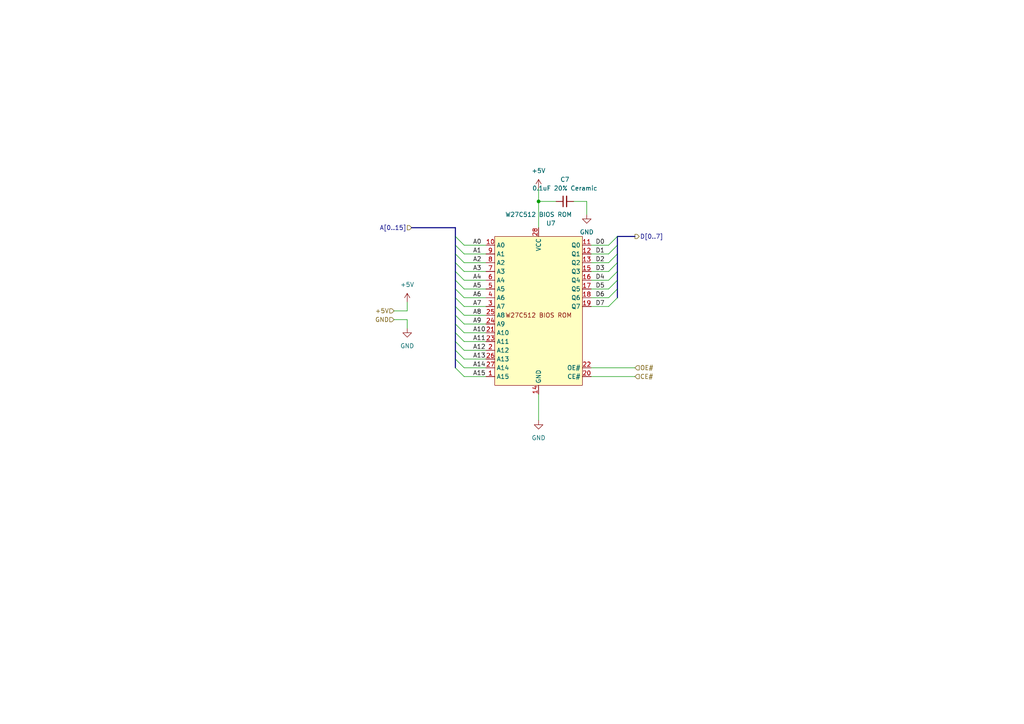
<source format=kicad_sch>
(kicad_sch
	(version 20231120)
	(generator "eeschema")
	(generator_version "8.0")
	(uuid "6b24f941-24f7-4922-9086-003320688567")
	(paper "A4")
	(lib_symbols
		(symbol "Custom:W27C512"
			(exclude_from_sim no)
			(in_bom yes)
			(on_board yes)
			(property "Reference" "U"
				(at 0 0 0)
				(effects
					(font
						(size 1.27 1.27)
					)
				)
			)
			(property "Value" ""
				(at 0 26.67 0)
				(effects
					(font
						(size 1.27 1.27)
					)
				)
			)
			(property "Footprint" "Package_DIP:DIP-28_W15.24mm_Socket"
				(at 0 -30.48 0)
				(effects
					(font
						(size 1.27 1.27)
					)
					(hide yes)
				)
			)
			(property "Datasheet" ""
				(at 0 26.67 0)
				(effects
					(font
						(size 1.27 1.27)
					)
					(hide yes)
				)
			)
			(property "Description" ""
				(at 0 0 0)
				(effects
					(font
						(size 1.27 1.27)
					)
					(hide yes)
				)
			)
			(symbol "W27C512_0_0"
				(pin input line
					(at -15.24 -20.32 0)
					(length 2.54)
					(name "A15"
						(effects
							(font
								(size 1.27 1.27)
							)
						)
					)
					(number "1"
						(effects
							(font
								(size 1.27 1.27)
							)
						)
					)
				)
				(pin input line
					(at -15.24 17.78 0)
					(length 2.54)
					(name "A0"
						(effects
							(font
								(size 1.27 1.27)
							)
						)
					)
					(number "10"
						(effects
							(font
								(size 1.27 1.27)
							)
						)
					)
				)
				(pin tri_state line
					(at 15.24 17.78 180)
					(length 2.54)
					(name "Q0"
						(effects
							(font
								(size 1.27 1.27)
							)
						)
					)
					(number "11"
						(effects
							(font
								(size 1.27 1.27)
							)
						)
					)
				)
				(pin tri_state line
					(at 15.24 15.24 180)
					(length 2.54)
					(name "Q1"
						(effects
							(font
								(size 1.27 1.27)
							)
						)
					)
					(number "12"
						(effects
							(font
								(size 1.27 1.27)
							)
						)
					)
				)
				(pin tri_state line
					(at 15.24 12.7 180)
					(length 2.54)
					(name "Q2"
						(effects
							(font
								(size 1.27 1.27)
							)
						)
					)
					(number "13"
						(effects
							(font
								(size 1.27 1.27)
							)
						)
					)
				)
				(pin passive line
					(at 0 -25.4 90)
					(length 2.54)
					(name "GND"
						(effects
							(font
								(size 1.27 1.27)
							)
						)
					)
					(number "14"
						(effects
							(font
								(size 1.27 1.27)
							)
						)
					)
				)
				(pin tri_state line
					(at 15.24 10.16 180)
					(length 2.54)
					(name "Q3"
						(effects
							(font
								(size 1.27 1.27)
							)
						)
					)
					(number "15"
						(effects
							(font
								(size 1.27 1.27)
							)
						)
					)
				)
				(pin tri_state line
					(at 15.24 7.62 180)
					(length 2.54)
					(name "Q4"
						(effects
							(font
								(size 1.27 1.27)
							)
						)
					)
					(number "16"
						(effects
							(font
								(size 1.27 1.27)
							)
						)
					)
				)
				(pin tri_state line
					(at 15.24 5.08 180)
					(length 2.54)
					(name "Q5"
						(effects
							(font
								(size 1.27 1.27)
							)
						)
					)
					(number "17"
						(effects
							(font
								(size 1.27 1.27)
							)
						)
					)
				)
				(pin tri_state line
					(at 15.24 2.54 180)
					(length 2.54)
					(name "Q6"
						(effects
							(font
								(size 1.27 1.27)
							)
						)
					)
					(number "18"
						(effects
							(font
								(size 1.27 1.27)
							)
						)
					)
				)
				(pin tri_state line
					(at 15.24 0 180)
					(length 2.54)
					(name "Q7"
						(effects
							(font
								(size 1.27 1.27)
							)
						)
					)
					(number "19"
						(effects
							(font
								(size 1.27 1.27)
							)
						)
					)
				)
				(pin input line
					(at -15.24 -12.7 0)
					(length 2.54)
					(name "A12"
						(effects
							(font
								(size 1.27 1.27)
							)
						)
					)
					(number "2"
						(effects
							(font
								(size 1.27 1.27)
							)
						)
					)
				)
				(pin input line
					(at 15.24 -20.32 180)
					(length 2.54)
					(name "CE#"
						(effects
							(font
								(size 1.27 1.27)
							)
						)
					)
					(number "20"
						(effects
							(font
								(size 1.27 1.27)
							)
						)
					)
				)
				(pin input line
					(at -15.24 -7.62 0)
					(length 2.54)
					(name "A10"
						(effects
							(font
								(size 1.27 1.27)
							)
						)
					)
					(number "21"
						(effects
							(font
								(size 1.27 1.27)
							)
						)
					)
				)
				(pin input line
					(at 15.24 -17.78 180)
					(length 2.54)
					(name "OE#"
						(effects
							(font
								(size 1.27 1.27)
							)
						)
					)
					(number "22"
						(effects
							(font
								(size 1.27 1.27)
							)
						)
					)
				)
				(pin input line
					(at -15.24 -10.16 0)
					(length 2.54)
					(name "A11"
						(effects
							(font
								(size 1.27 1.27)
							)
						)
					)
					(number "23"
						(effects
							(font
								(size 1.27 1.27)
							)
						)
					)
				)
				(pin input line
					(at -15.24 -5.08 0)
					(length 2.54)
					(name "A9"
						(effects
							(font
								(size 1.27 1.27)
							)
						)
					)
					(number "24"
						(effects
							(font
								(size 1.27 1.27)
							)
						)
					)
				)
				(pin input line
					(at -15.24 -2.54 0)
					(length 2.54)
					(name "A8"
						(effects
							(font
								(size 1.27 1.27)
							)
						)
					)
					(number "25"
						(effects
							(font
								(size 1.27 1.27)
							)
						)
					)
				)
				(pin input line
					(at -15.24 -15.24 0)
					(length 2.54)
					(name "A13"
						(effects
							(font
								(size 1.27 1.27)
							)
						)
					)
					(number "26"
						(effects
							(font
								(size 1.27 1.27)
							)
						)
					)
				)
				(pin input line
					(at -15.24 -17.78 0)
					(length 2.54)
					(name "A14"
						(effects
							(font
								(size 1.27 1.27)
							)
						)
					)
					(number "27"
						(effects
							(font
								(size 1.27 1.27)
							)
						)
					)
				)
				(pin passive line
					(at 0 22.86 270)
					(length 2.54)
					(name "VCC"
						(effects
							(font
								(size 1.27 1.27)
							)
						)
					)
					(number "28"
						(effects
							(font
								(size 1.27 1.27)
							)
						)
					)
				)
				(pin input line
					(at -15.24 0 0)
					(length 2.54)
					(name "A7"
						(effects
							(font
								(size 1.27 1.27)
							)
						)
					)
					(number "3"
						(effects
							(font
								(size 1.27 1.27)
							)
						)
					)
				)
				(pin input line
					(at -15.24 2.54 0)
					(length 2.54)
					(name "A6"
						(effects
							(font
								(size 1.27 1.27)
							)
						)
					)
					(number "4"
						(effects
							(font
								(size 1.27 1.27)
							)
						)
					)
				)
				(pin input line
					(at -15.24 5.08 0)
					(length 2.54)
					(name "A5"
						(effects
							(font
								(size 1.27 1.27)
							)
						)
					)
					(number "5"
						(effects
							(font
								(size 1.27 1.27)
							)
						)
					)
				)
				(pin input line
					(at -15.24 7.62 0)
					(length 2.54)
					(name "A4"
						(effects
							(font
								(size 1.27 1.27)
							)
						)
					)
					(number "6"
						(effects
							(font
								(size 1.27 1.27)
							)
						)
					)
				)
				(pin input line
					(at -15.24 10.16 0)
					(length 2.54)
					(name "A3"
						(effects
							(font
								(size 1.27 1.27)
							)
						)
					)
					(number "7"
						(effects
							(font
								(size 1.27 1.27)
							)
						)
					)
				)
				(pin input line
					(at -15.24 12.7 0)
					(length 2.54)
					(name "A2"
						(effects
							(font
								(size 1.27 1.27)
							)
						)
					)
					(number "8"
						(effects
							(font
								(size 1.27 1.27)
							)
						)
					)
				)
				(pin input line
					(at -15.24 15.24 0)
					(length 2.54)
					(name "A1"
						(effects
							(font
								(size 1.27 1.27)
							)
						)
					)
					(number "9"
						(effects
							(font
								(size 1.27 1.27)
							)
						)
					)
				)
			)
			(symbol "W27C512_1_1"
				(rectangle
					(start -12.7 20.32)
					(end 12.7 -22.86)
					(stroke
						(width 0)
						(type default)
					)
					(fill
						(type background)
					)
				)
				(text "${VALUE}"
					(at 0 -2.54 0)
					(effects
						(font
							(size 1.27 1.27)
						)
					)
				)
			)
		)
		(symbol "Device:C_Small"
			(pin_numbers hide)
			(pin_names
				(offset 0.254) hide)
			(exclude_from_sim no)
			(in_bom yes)
			(on_board yes)
			(property "Reference" "C"
				(at 0.254 1.778 0)
				(effects
					(font
						(size 1.27 1.27)
					)
					(justify left)
				)
			)
			(property "Value" "C_Small"
				(at 0.254 -2.032 0)
				(effects
					(font
						(size 1.27 1.27)
					)
					(justify left)
				)
			)
			(property "Footprint" ""
				(at 0 0 0)
				(effects
					(font
						(size 1.27 1.27)
					)
					(hide yes)
				)
			)
			(property "Datasheet" "~"
				(at 0 0 0)
				(effects
					(font
						(size 1.27 1.27)
					)
					(hide yes)
				)
			)
			(property "Description" "Unpolarized capacitor, small symbol"
				(at 0 0 0)
				(effects
					(font
						(size 1.27 1.27)
					)
					(hide yes)
				)
			)
			(property "ki_keywords" "capacitor cap"
				(at 0 0 0)
				(effects
					(font
						(size 1.27 1.27)
					)
					(hide yes)
				)
			)
			(property "ki_fp_filters" "C_*"
				(at 0 0 0)
				(effects
					(font
						(size 1.27 1.27)
					)
					(hide yes)
				)
			)
			(symbol "C_Small_0_1"
				(polyline
					(pts
						(xy -1.524 -0.508) (xy 1.524 -0.508)
					)
					(stroke
						(width 0.3302)
						(type default)
					)
					(fill
						(type none)
					)
				)
				(polyline
					(pts
						(xy -1.524 0.508) (xy 1.524 0.508)
					)
					(stroke
						(width 0.3048)
						(type default)
					)
					(fill
						(type none)
					)
				)
			)
			(symbol "C_Small_1_1"
				(pin passive line
					(at 0 2.54 270)
					(length 2.032)
					(name "~"
						(effects
							(font
								(size 1.27 1.27)
							)
						)
					)
					(number "1"
						(effects
							(font
								(size 1.27 1.27)
							)
						)
					)
				)
				(pin passive line
					(at 0 -2.54 90)
					(length 2.032)
					(name "~"
						(effects
							(font
								(size 1.27 1.27)
							)
						)
					)
					(number "2"
						(effects
							(font
								(size 1.27 1.27)
							)
						)
					)
				)
			)
		)
		(symbol "power:+5V"
			(power)
			(pin_names
				(offset 0)
			)
			(exclude_from_sim no)
			(in_bom yes)
			(on_board yes)
			(property "Reference" "#PWR"
				(at 0 -3.81 0)
				(effects
					(font
						(size 1.27 1.27)
					)
					(hide yes)
				)
			)
			(property "Value" "+5V"
				(at 0 3.556 0)
				(effects
					(font
						(size 1.27 1.27)
					)
				)
			)
			(property "Footprint" ""
				(at 0 0 0)
				(effects
					(font
						(size 1.27 1.27)
					)
					(hide yes)
				)
			)
			(property "Datasheet" ""
				(at 0 0 0)
				(effects
					(font
						(size 1.27 1.27)
					)
					(hide yes)
				)
			)
			(property "Description" "Power symbol creates a global label with name \"+5V\""
				(at 0 0 0)
				(effects
					(font
						(size 1.27 1.27)
					)
					(hide yes)
				)
			)
			(property "ki_keywords" "global power"
				(at 0 0 0)
				(effects
					(font
						(size 1.27 1.27)
					)
					(hide yes)
				)
			)
			(symbol "+5V_0_1"
				(polyline
					(pts
						(xy -0.762 1.27) (xy 0 2.54)
					)
					(stroke
						(width 0)
						(type default)
					)
					(fill
						(type none)
					)
				)
				(polyline
					(pts
						(xy 0 0) (xy 0 2.54)
					)
					(stroke
						(width 0)
						(type default)
					)
					(fill
						(type none)
					)
				)
				(polyline
					(pts
						(xy 0 2.54) (xy 0.762 1.27)
					)
					(stroke
						(width 0)
						(type default)
					)
					(fill
						(type none)
					)
				)
			)
			(symbol "+5V_1_1"
				(pin power_in line
					(at 0 0 90)
					(length 0) hide
					(name "+5V"
						(effects
							(font
								(size 1.27 1.27)
							)
						)
					)
					(number "1"
						(effects
							(font
								(size 1.27 1.27)
							)
						)
					)
				)
			)
		)
		(symbol "power:GND"
			(power)
			(pin_names
				(offset 0)
			)
			(exclude_from_sim no)
			(in_bom yes)
			(on_board yes)
			(property "Reference" "#PWR"
				(at 0 -6.35 0)
				(effects
					(font
						(size 1.27 1.27)
					)
					(hide yes)
				)
			)
			(property "Value" "GND"
				(at 0 -3.81 0)
				(effects
					(font
						(size 1.27 1.27)
					)
				)
			)
			(property "Footprint" ""
				(at 0 0 0)
				(effects
					(font
						(size 1.27 1.27)
					)
					(hide yes)
				)
			)
			(property "Datasheet" ""
				(at 0 0 0)
				(effects
					(font
						(size 1.27 1.27)
					)
					(hide yes)
				)
			)
			(property "Description" "Power symbol creates a global label with name \"GND\" , ground"
				(at 0 0 0)
				(effects
					(font
						(size 1.27 1.27)
					)
					(hide yes)
				)
			)
			(property "ki_keywords" "global power"
				(at 0 0 0)
				(effects
					(font
						(size 1.27 1.27)
					)
					(hide yes)
				)
			)
			(symbol "GND_0_1"
				(polyline
					(pts
						(xy 0 0) (xy 0 -1.27) (xy 1.27 -1.27) (xy 0 -2.54) (xy -1.27 -1.27) (xy 0 -1.27)
					)
					(stroke
						(width 0)
						(type default)
					)
					(fill
						(type none)
					)
				)
			)
			(symbol "GND_1_1"
				(pin power_in line
					(at 0 0 270)
					(length 0) hide
					(name "GND"
						(effects
							(font
								(size 1.27 1.27)
							)
						)
					)
					(number "1"
						(effects
							(font
								(size 1.27 1.27)
							)
						)
					)
				)
			)
		)
	)
	(junction
		(at 156.21 58.42)
		(diameter 0)
		(color 0 0 0 0)
		(uuid "8adefe0e-7c3f-4874-8338-59ebb70718c0")
	)
	(bus_entry
		(at 132.08 91.44)
		(size 2.54 2.54)
		(stroke
			(width 0)
			(type default)
		)
		(uuid "10e41a96-ce24-4018-8262-fc7916b52d7c")
	)
	(bus_entry
		(at 132.08 99.06)
		(size 2.54 2.54)
		(stroke
			(width 0)
			(type default)
		)
		(uuid "1a47090e-f4a7-4a8e-ad02-23f2ee6c1d53")
	)
	(bus_entry
		(at 132.08 78.74)
		(size 2.54 2.54)
		(stroke
			(width 0)
			(type default)
		)
		(uuid "272e21d8-67fd-41a1-a6e1-0b1f7a748943")
	)
	(bus_entry
		(at 132.08 106.68)
		(size 2.54 2.54)
		(stroke
			(width 0)
			(type default)
		)
		(uuid "31964224-f700-47ba-a613-8aec961ab1a8")
	)
	(bus_entry
		(at 176.53 71.12)
		(size 2.54 -2.54)
		(stroke
			(width 0)
			(type default)
		)
		(uuid "53146cd0-a993-499f-8bc3-a4cad181e5b0")
	)
	(bus_entry
		(at 176.53 88.9)
		(size 2.54 -2.54)
		(stroke
			(width 0)
			(type default)
		)
		(uuid "556f8139-a5ae-45da-99cf-1ae4e1e14986")
	)
	(bus_entry
		(at 132.08 101.6)
		(size 2.54 2.54)
		(stroke
			(width 0)
			(type default)
		)
		(uuid "66fc022c-d9b4-42ec-bae6-1661d5fafed1")
	)
	(bus_entry
		(at 176.53 76.2)
		(size 2.54 -2.54)
		(stroke
			(width 0)
			(type default)
		)
		(uuid "707dd60e-b760-4737-89bb-77f185380118")
	)
	(bus_entry
		(at 132.08 96.52)
		(size 2.54 2.54)
		(stroke
			(width 0)
			(type default)
		)
		(uuid "744037e1-6169-4327-8569-4b96d0f4ee6f")
	)
	(bus_entry
		(at 132.08 83.82)
		(size 2.54 2.54)
		(stroke
			(width 0)
			(type default)
		)
		(uuid "7b080be9-b9bd-4e85-a389-0b6a49777931")
	)
	(bus_entry
		(at 132.08 71.12)
		(size 2.54 2.54)
		(stroke
			(width 0)
			(type default)
		)
		(uuid "9db9a576-4036-4621-ae52-c4e551ab9b54")
	)
	(bus_entry
		(at 132.08 81.28)
		(size 2.54 2.54)
		(stroke
			(width 0)
			(type default)
		)
		(uuid "a57d3010-6147-4ec0-9fc6-395d9c194140")
	)
	(bus_entry
		(at 132.08 76.2)
		(size 2.54 2.54)
		(stroke
			(width 0)
			(type default)
		)
		(uuid "ade09baf-215b-434a-a817-230e169d7ad9")
	)
	(bus_entry
		(at 176.53 86.36)
		(size 2.54 -2.54)
		(stroke
			(width 0)
			(type default)
		)
		(uuid "b86ed891-d9be-4f1b-a1dd-e8e720866bb8")
	)
	(bus_entry
		(at 132.08 93.98)
		(size 2.54 2.54)
		(stroke
			(width 0)
			(type default)
		)
		(uuid "b8ff3424-8fd1-41e7-b72d-25e2d569045a")
	)
	(bus_entry
		(at 132.08 73.66)
		(size 2.54 2.54)
		(stroke
			(width 0)
			(type default)
		)
		(uuid "bc455d3d-0e05-4238-bd9a-f7b83600c478")
	)
	(bus_entry
		(at 176.53 78.74)
		(size 2.54 -2.54)
		(stroke
			(width 0)
			(type default)
		)
		(uuid "c07133fc-6f0e-4805-93ef-16415d4d6d95")
	)
	(bus_entry
		(at 176.53 83.82)
		(size 2.54 -2.54)
		(stroke
			(width 0)
			(type default)
		)
		(uuid "cb942cc1-b9e4-42fb-876e-4e9efda22a31")
	)
	(bus_entry
		(at 176.53 73.66)
		(size 2.54 -2.54)
		(stroke
			(width 0)
			(type default)
		)
		(uuid "d54a8813-9ef8-4b0c-8e73-f4c713c6aba5")
	)
	(bus_entry
		(at 132.08 68.58)
		(size 2.54 2.54)
		(stroke
			(width 0)
			(type default)
		)
		(uuid "d8757473-53b3-4068-8ff2-a91abe48324b")
	)
	(bus_entry
		(at 132.08 104.14)
		(size 2.54 2.54)
		(stroke
			(width 0)
			(type default)
		)
		(uuid "e5b561d2-8661-49fc-806c-79a7e179fe81")
	)
	(bus_entry
		(at 132.08 88.9)
		(size 2.54 2.54)
		(stroke
			(width 0)
			(type default)
		)
		(uuid "eaec4bfd-317d-4acb-b309-93ff563f5026")
	)
	(bus_entry
		(at 132.08 86.36)
		(size 2.54 2.54)
		(stroke
			(width 0)
			(type default)
		)
		(uuid "f1661e85-ecc3-42de-9dae-1ab5d90157bc")
	)
	(bus_entry
		(at 176.53 81.28)
		(size 2.54 -2.54)
		(stroke
			(width 0)
			(type default)
		)
		(uuid "fe26640b-0fc4-4b81-a256-bf4da9afe445")
	)
	(wire
		(pts
			(xy 171.45 81.28) (xy 176.53 81.28)
		)
		(stroke
			(width 0)
			(type default)
		)
		(uuid "09a5d20c-5864-410c-b27b-13bcd7a63c2d")
	)
	(wire
		(pts
			(xy 171.45 71.12) (xy 176.53 71.12)
		)
		(stroke
			(width 0)
			(type default)
		)
		(uuid "0e98bf2a-dc45-4298-9743-529d3a42875f")
	)
	(bus
		(pts
			(xy 184.15 68.58) (xy 179.07 68.58)
		)
		(stroke
			(width 0)
			(type default)
		)
		(uuid "15a61938-6ad4-4ab2-aff0-b0587ecf4a33")
	)
	(bus
		(pts
			(xy 132.08 81.28) (xy 132.08 78.74)
		)
		(stroke
			(width 0)
			(type default)
		)
		(uuid "215dc0f0-ed43-4d60-a48c-e0ee78613e4c")
	)
	(bus
		(pts
			(xy 179.07 68.58) (xy 179.07 71.12)
		)
		(stroke
			(width 0)
			(type default)
		)
		(uuid "2306e192-8b1a-4225-bb44-fe3e79cbd0b8")
	)
	(bus
		(pts
			(xy 132.08 76.2) (xy 132.08 73.66)
		)
		(stroke
			(width 0)
			(type default)
		)
		(uuid "2721e906-d6c0-43b8-99c6-82bb4e4b6a8e")
	)
	(bus
		(pts
			(xy 179.07 71.12) (xy 179.07 73.66)
		)
		(stroke
			(width 0)
			(type default)
		)
		(uuid "27e31808-93f0-4e23-a026-b33020ad2224")
	)
	(wire
		(pts
			(xy 134.62 96.52) (xy 140.97 96.52)
		)
		(stroke
			(width 0)
			(type default)
		)
		(uuid "2a1b5f64-0356-44b2-a820-aa834658c231")
	)
	(bus
		(pts
			(xy 132.08 68.58) (xy 132.08 66.04)
		)
		(stroke
			(width 0)
			(type default)
		)
		(uuid "2b1e4aa5-294c-4b40-9d99-6d9629bbbe36")
	)
	(wire
		(pts
			(xy 134.62 109.22) (xy 140.97 109.22)
		)
		(stroke
			(width 0)
			(type default)
		)
		(uuid "2c45d084-5c6c-42cd-9b39-8e2fd2dea8e3")
	)
	(wire
		(pts
			(xy 134.62 93.98) (xy 140.97 93.98)
		)
		(stroke
			(width 0)
			(type default)
		)
		(uuid "2d4dab3b-9936-4581-9a99-539a4eff2d6e")
	)
	(wire
		(pts
			(xy 114.3 92.71) (xy 118.11 92.71)
		)
		(stroke
			(width 0)
			(type default)
		)
		(uuid "304ff94b-05d9-4241-8191-634e478b7eeb")
	)
	(bus
		(pts
			(xy 132.08 86.36) (xy 132.08 83.82)
		)
		(stroke
			(width 0)
			(type default)
		)
		(uuid "37563f66-230b-44d9-973f-13d284f9425b")
	)
	(bus
		(pts
			(xy 132.08 91.44) (xy 132.08 88.9)
		)
		(stroke
			(width 0)
			(type default)
		)
		(uuid "3844338b-f305-4117-82d6-b78cf26638b2")
	)
	(bus
		(pts
			(xy 179.07 73.66) (xy 179.07 76.2)
		)
		(stroke
			(width 0)
			(type default)
		)
		(uuid "3e7f5181-2e66-48fc-b269-4da716a2c81e")
	)
	(wire
		(pts
			(xy 134.62 104.14) (xy 140.97 104.14)
		)
		(stroke
			(width 0)
			(type default)
		)
		(uuid "43476ce2-ba79-4e32-8948-4167babf871d")
	)
	(wire
		(pts
			(xy 171.45 73.66) (xy 176.53 73.66)
		)
		(stroke
			(width 0)
			(type default)
		)
		(uuid "44c47b1f-b080-41fe-ab56-8aea641b5050")
	)
	(bus
		(pts
			(xy 132.08 71.12) (xy 132.08 68.58)
		)
		(stroke
			(width 0)
			(type default)
		)
		(uuid "4b68ca3a-fa9c-4d23-8e9c-345fad787ef3")
	)
	(wire
		(pts
			(xy 156.21 58.42) (xy 161.29 58.42)
		)
		(stroke
			(width 0)
			(type default)
		)
		(uuid "4de46b56-9d6b-4d16-816a-f253d90f303d")
	)
	(wire
		(pts
			(xy 134.62 76.2) (xy 140.97 76.2)
		)
		(stroke
			(width 0)
			(type default)
		)
		(uuid "52f8e942-52da-4b82-8a16-2c7694cff001")
	)
	(wire
		(pts
			(xy 134.62 83.82) (xy 140.97 83.82)
		)
		(stroke
			(width 0)
			(type default)
		)
		(uuid "564bc84b-f1ee-4386-bfb2-735b759f76c4")
	)
	(wire
		(pts
			(xy 114.3 90.17) (xy 118.11 90.17)
		)
		(stroke
			(width 0)
			(type default)
		)
		(uuid "5d059605-dca9-4648-ab25-5aa6c95da535")
	)
	(bus
		(pts
			(xy 179.07 76.2) (xy 179.07 78.74)
		)
		(stroke
			(width 0)
			(type default)
		)
		(uuid "5fa491df-afd6-4168-9d13-9fd687a4c2d6")
	)
	(wire
		(pts
			(xy 171.45 106.68) (xy 184.15 106.68)
		)
		(stroke
			(width 0)
			(type default)
		)
		(uuid "69705633-ea6d-4bbf-a1e1-41819ed79bb5")
	)
	(wire
		(pts
			(xy 171.45 88.9) (xy 176.53 88.9)
		)
		(stroke
			(width 0)
			(type default)
		)
		(uuid "6ca5f4b6-b95b-44ca-bbb9-e2be4d9816f6")
	)
	(bus
		(pts
			(xy 132.08 96.52) (xy 132.08 93.98)
		)
		(stroke
			(width 0)
			(type default)
		)
		(uuid "755d7207-a327-4e30-9042-14921829fc5e")
	)
	(wire
		(pts
			(xy 156.21 114.3) (xy 156.21 121.92)
		)
		(stroke
			(width 0)
			(type default)
		)
		(uuid "7b329547-5e1c-4fb2-a42b-9631f762b8a0")
	)
	(wire
		(pts
			(xy 134.62 78.74) (xy 140.97 78.74)
		)
		(stroke
			(width 0)
			(type default)
		)
		(uuid "847c15bc-2c1c-498b-ace6-b0bcfa0e9518")
	)
	(bus
		(pts
			(xy 179.07 81.28) (xy 179.07 83.82)
		)
		(stroke
			(width 0)
			(type default)
		)
		(uuid "87324015-0778-491f-b4cd-bc3ebb4b457b")
	)
	(bus
		(pts
			(xy 132.08 106.68) (xy 132.08 104.14)
		)
		(stroke
			(width 0)
			(type default)
		)
		(uuid "8790e65f-7421-4cb0-b41e-8907a8b9fe55")
	)
	(bus
		(pts
			(xy 132.08 93.98) (xy 132.08 91.44)
		)
		(stroke
			(width 0)
			(type default)
		)
		(uuid "8ab269ca-7e4a-488b-92ed-0c89a7b38370")
	)
	(wire
		(pts
			(xy 166.37 58.42) (xy 170.18 58.42)
		)
		(stroke
			(width 0)
			(type default)
		)
		(uuid "900e33d2-c81c-499c-9cb4-000e0d1a00a2")
	)
	(wire
		(pts
			(xy 134.62 71.12) (xy 140.97 71.12)
		)
		(stroke
			(width 0)
			(type default)
		)
		(uuid "9282d29c-7477-483e-8594-4826029d13a9")
	)
	(wire
		(pts
			(xy 134.62 99.06) (xy 140.97 99.06)
		)
		(stroke
			(width 0)
			(type default)
		)
		(uuid "9a354eff-b394-429d-9e44-3836c94bc8c3")
	)
	(wire
		(pts
			(xy 171.45 83.82) (xy 176.53 83.82)
		)
		(stroke
			(width 0)
			(type default)
		)
		(uuid "9ab10446-05e2-4e56-8bfc-6a2cba2ed514")
	)
	(bus
		(pts
			(xy 179.07 83.82) (xy 179.07 86.36)
		)
		(stroke
			(width 0)
			(type default)
		)
		(uuid "9c44f5b1-f825-4aac-bbea-d2d8e5813c17")
	)
	(wire
		(pts
			(xy 171.45 109.22) (xy 184.15 109.22)
		)
		(stroke
			(width 0)
			(type default)
		)
		(uuid "9d80f1ad-c278-442d-8332-244195bbb61f")
	)
	(wire
		(pts
			(xy 134.62 81.28) (xy 140.97 81.28)
		)
		(stroke
			(width 0)
			(type default)
		)
		(uuid "a8c656ec-e229-4c96-9b13-f0eb99eda089")
	)
	(bus
		(pts
			(xy 132.08 104.14) (xy 132.08 101.6)
		)
		(stroke
			(width 0)
			(type default)
		)
		(uuid "a9c5c6f3-458f-4a8b-8ff8-40da27bff714")
	)
	(bus
		(pts
			(xy 132.08 99.06) (xy 132.08 96.52)
		)
		(stroke
			(width 0)
			(type default)
		)
		(uuid "a9e398c5-68e6-4321-b99d-d3f154490067")
	)
	(wire
		(pts
			(xy 171.45 78.74) (xy 176.53 78.74)
		)
		(stroke
			(width 0)
			(type default)
		)
		(uuid "aa375524-f567-4888-8315-c4796bf95fa8")
	)
	(wire
		(pts
			(xy 134.62 88.9) (xy 140.97 88.9)
		)
		(stroke
			(width 0)
			(type default)
		)
		(uuid "ac2d7cd8-82d1-45b9-b6af-b105206d456b")
	)
	(bus
		(pts
			(xy 179.07 78.74) (xy 179.07 81.28)
		)
		(stroke
			(width 0)
			(type default)
		)
		(uuid "b0c51d0f-1fed-4060-9dd1-c264fd1458f8")
	)
	(wire
		(pts
			(xy 171.45 86.36) (xy 176.53 86.36)
		)
		(stroke
			(width 0)
			(type default)
		)
		(uuid "b5ba4fbb-9e83-4104-a801-5cf468bbee0b")
	)
	(wire
		(pts
			(xy 171.45 76.2) (xy 176.53 76.2)
		)
		(stroke
			(width 0)
			(type default)
		)
		(uuid "be977495-5f20-4698-bd5b-b56c042c6616")
	)
	(bus
		(pts
			(xy 132.08 101.6) (xy 132.08 99.06)
		)
		(stroke
			(width 0)
			(type default)
		)
		(uuid "c0e6ae47-bb45-4188-b728-a8908fcf2f70")
	)
	(bus
		(pts
			(xy 119.38 66.04) (xy 132.08 66.04)
		)
		(stroke
			(width 0)
			(type default)
		)
		(uuid "c1143e10-e98b-43bd-8b65-4eb204801594")
	)
	(wire
		(pts
			(xy 156.21 58.42) (xy 156.21 66.04)
		)
		(stroke
			(width 0)
			(type default)
		)
		(uuid "c44e3d09-d6c6-41cb-bb42-ec5ae42e860b")
	)
	(wire
		(pts
			(xy 134.62 91.44) (xy 140.97 91.44)
		)
		(stroke
			(width 0)
			(type default)
		)
		(uuid "c990b6f2-3cd6-424a-bdea-2e3a65b273c5")
	)
	(wire
		(pts
			(xy 134.62 101.6) (xy 140.97 101.6)
		)
		(stroke
			(width 0)
			(type default)
		)
		(uuid "ca9ef4af-e074-4230-8333-c38ee7edf747")
	)
	(wire
		(pts
			(xy 156.21 54.61) (xy 156.21 58.42)
		)
		(stroke
			(width 0)
			(type default)
		)
		(uuid "cb296796-e99c-40d4-a889-5d7cddbc2778")
	)
	(wire
		(pts
			(xy 134.62 106.68) (xy 140.97 106.68)
		)
		(stroke
			(width 0)
			(type default)
		)
		(uuid "cf85fea9-0ec5-4cf7-aaea-480d19f795e8")
	)
	(wire
		(pts
			(xy 134.62 86.36) (xy 140.97 86.36)
		)
		(stroke
			(width 0)
			(type default)
		)
		(uuid "d755f908-480b-4b40-86c9-ca2ec5d08ec6")
	)
	(wire
		(pts
			(xy 118.11 90.17) (xy 118.11 87.63)
		)
		(stroke
			(width 0)
			(type default)
		)
		(uuid "db759bc0-6e74-499b-8c48-257e07851d25")
	)
	(bus
		(pts
			(xy 132.08 78.74) (xy 132.08 76.2)
		)
		(stroke
			(width 0)
			(type default)
		)
		(uuid "e6754524-da8b-415d-8cac-5ec9a8305b4d")
	)
	(bus
		(pts
			(xy 132.08 83.82) (xy 132.08 81.28)
		)
		(stroke
			(width 0)
			(type default)
		)
		(uuid "ebfa1879-2b39-467a-aeac-ec8d19809d35")
	)
	(bus
		(pts
			(xy 132.08 88.9) (xy 132.08 86.36)
		)
		(stroke
			(width 0)
			(type default)
		)
		(uuid "f0782ee1-52c3-49e9-8e20-295215ee0c33")
	)
	(wire
		(pts
			(xy 134.62 73.66) (xy 140.97 73.66)
		)
		(stroke
			(width 0)
			(type default)
		)
		(uuid "f321f720-b897-4ecb-bf77-318be9b5c9bf")
	)
	(bus
		(pts
			(xy 132.08 73.66) (xy 132.08 71.12)
		)
		(stroke
			(width 0)
			(type default)
		)
		(uuid "f555c8cf-a012-4789-9940-7913ba19098a")
	)
	(wire
		(pts
			(xy 118.11 92.71) (xy 118.11 95.25)
		)
		(stroke
			(width 0)
			(type default)
		)
		(uuid "f77b5338-0cca-43d2-bd51-8d54fecda1ed")
	)
	(wire
		(pts
			(xy 170.18 58.42) (xy 170.18 62.23)
		)
		(stroke
			(width 0)
			(type default)
		)
		(uuid "fd621f2f-e038-4942-9d95-78af48a59cd3")
	)
	(label "D4"
		(at 172.72 81.28 0)
		(fields_autoplaced yes)
		(effects
			(font
				(size 1.27 1.27)
			)
			(justify left bottom)
		)
		(uuid "045e82c2-a306-4539-aa2e-9c0b5a49be61")
	)
	(label "A2"
		(at 137.16 76.2 0)
		(fields_autoplaced yes)
		(effects
			(font
				(size 1.27 1.27)
			)
			(justify left bottom)
		)
		(uuid "07141843-3c2c-4f8c-848f-b6fa8c0ad932")
	)
	(label "A10"
		(at 137.16 96.52 0)
		(fields_autoplaced yes)
		(effects
			(font
				(size 1.27 1.27)
			)
			(justify left bottom)
		)
		(uuid "08fbb60a-25a5-46fa-baa6-5beb928d575a")
	)
	(label "A3"
		(at 137.16 78.74 0)
		(fields_autoplaced yes)
		(effects
			(font
				(size 1.27 1.27)
			)
			(justify left bottom)
		)
		(uuid "22eeb33a-8914-48c5-9cd3-442299891e5f")
	)
	(label "A0"
		(at 137.16 71.12 0)
		(fields_autoplaced yes)
		(effects
			(font
				(size 1.27 1.27)
			)
			(justify left bottom)
		)
		(uuid "2ce9ab50-9c27-4a1d-8270-3849ead55ae7")
	)
	(label "D5"
		(at 172.72 83.82 0)
		(fields_autoplaced yes)
		(effects
			(font
				(size 1.27 1.27)
			)
			(justify left bottom)
		)
		(uuid "2f718e10-87c9-4a8b-a843-b22ad97c7dec")
	)
	(label "D6"
		(at 172.72 86.36 0)
		(fields_autoplaced yes)
		(effects
			(font
				(size 1.27 1.27)
			)
			(justify left bottom)
		)
		(uuid "3063b933-c561-48fd-b339-9c738a35a775")
	)
	(label "D7"
		(at 172.72 88.9 0)
		(fields_autoplaced yes)
		(effects
			(font
				(size 1.27 1.27)
			)
			(justify left bottom)
		)
		(uuid "3c14e611-cde5-4b78-96d5-6a8dbb8a8f39")
	)
	(label "A11"
		(at 137.16 99.06 0)
		(fields_autoplaced yes)
		(effects
			(font
				(size 1.27 1.27)
			)
			(justify left bottom)
		)
		(uuid "4902544c-9932-4b11-b0e6-61f8b17c0962")
	)
	(label "A12"
		(at 137.16 101.6 0)
		(fields_autoplaced yes)
		(effects
			(font
				(size 1.27 1.27)
			)
			(justify left bottom)
		)
		(uuid "540e51ab-816e-41f1-a3c0-8ded1c55cd9a")
	)
	(label "A13"
		(at 137.16 104.14 0)
		(fields_autoplaced yes)
		(effects
			(font
				(size 1.27 1.27)
			)
			(justify left bottom)
		)
		(uuid "60b4d1f1-34ce-4b72-a5a8-3203057961a6")
	)
	(label "A7"
		(at 137.16 88.9 0)
		(fields_autoplaced yes)
		(effects
			(font
				(size 1.27 1.27)
			)
			(justify left bottom)
		)
		(uuid "72e2d280-af49-4485-9478-c657f599e869")
	)
	(label "A4"
		(at 137.16 81.28 0)
		(fields_autoplaced yes)
		(effects
			(font
				(size 1.27 1.27)
			)
			(justify left bottom)
		)
		(uuid "917f47ca-11e8-4135-910c-04feefbf620b")
	)
	(label "A8"
		(at 137.16 91.44 0)
		(fields_autoplaced yes)
		(effects
			(font
				(size 1.27 1.27)
			)
			(justify left bottom)
		)
		(uuid "9307b7f9-83cf-4efd-b2e7-aa4a22fabcdf")
	)
	(label "D1"
		(at 172.72 73.66 0)
		(fields_autoplaced yes)
		(effects
			(font
				(size 1.27 1.27)
			)
			(justify left bottom)
		)
		(uuid "95126d1a-d7c4-409f-977d-105375eaf83f")
	)
	(label "A14"
		(at 137.16 106.68 0)
		(fields_autoplaced yes)
		(effects
			(font
				(size 1.27 1.27)
			)
			(justify left bottom)
		)
		(uuid "b34a2eba-c191-4f3b-a1f3-fc9898601cb9")
	)
	(label "A6"
		(at 137.16 86.36 0)
		(fields_autoplaced yes)
		(effects
			(font
				(size 1.27 1.27)
			)
			(justify left bottom)
		)
		(uuid "ba947e3a-b06b-41da-a523-5181fd5003e1")
	)
	(label "A15"
		(at 137.16 109.22 0)
		(fields_autoplaced yes)
		(effects
			(font
				(size 1.27 1.27)
			)
			(justify left bottom)
		)
		(uuid "bbb23a46-7f09-44ee-a4a6-c652203bbf04")
	)
	(label "D2"
		(at 172.72 76.2 0)
		(fields_autoplaced yes)
		(effects
			(font
				(size 1.27 1.27)
			)
			(justify left bottom)
		)
		(uuid "c2231139-da59-460f-bab8-070d8c7a0d9c")
	)
	(label "A9"
		(at 137.16 93.98 0)
		(fields_autoplaced yes)
		(effects
			(font
				(size 1.27 1.27)
			)
			(justify left bottom)
		)
		(uuid "c27c3530-9358-4ca0-b835-8c3e3910c43e")
	)
	(label "D3"
		(at 172.72 78.74 0)
		(fields_autoplaced yes)
		(effects
			(font
				(size 1.27 1.27)
			)
			(justify left bottom)
		)
		(uuid "d7679105-d42e-4966-8ad3-dde3ad8e3fd2")
	)
	(label "D0"
		(at 172.72 71.12 0)
		(fields_autoplaced yes)
		(effects
			(font
				(size 1.27 1.27)
			)
			(justify left bottom)
		)
		(uuid "e7422f79-2b33-41bd-b4bd-5e3e0bf9d2dc")
	)
	(label "A1"
		(at 137.16 73.66 0)
		(fields_autoplaced yes)
		(effects
			(font
				(size 1.27 1.27)
			)
			(justify left bottom)
		)
		(uuid "ea18e829-7905-4b49-97aa-23a9acbb709b")
	)
	(label "A5"
		(at 137.16 83.82 0)
		(fields_autoplaced yes)
		(effects
			(font
				(size 1.27 1.27)
			)
			(justify left bottom)
		)
		(uuid "f1355048-7c55-4523-a0a7-b5d1140cb008")
	)
	(hierarchical_label "A[0..15]"
		(shape input)
		(at 119.38 66.04 180)
		(fields_autoplaced yes)
		(effects
			(font
				(size 1.27 1.27)
			)
			(justify right)
		)
		(uuid "2b8298e0-e083-4053-8d73-cc0d8b31ba48")
	)
	(hierarchical_label "+5V"
		(shape input)
		(at 114.3 90.17 180)
		(fields_autoplaced yes)
		(effects
			(font
				(size 1.27 1.27)
			)
			(justify right)
		)
		(uuid "413e05c7-9cf8-4f74-918a-3a92527d6f0a")
	)
	(hierarchical_label "CE#"
		(shape input)
		(at 184.15 109.22 0)
		(fields_autoplaced yes)
		(effects
			(font
				(size 1.27 1.27)
			)
			(justify left)
		)
		(uuid "48b4efe1-5e5b-49eb-97be-c7c7caca9d76")
	)
	(hierarchical_label "GND"
		(shape input)
		(at 114.3 92.71 180)
		(fields_autoplaced yes)
		(effects
			(font
				(size 1.27 1.27)
			)
			(justify right)
		)
		(uuid "682cb4fa-68c0-4721-b746-192c8a8e9c17")
	)
	(hierarchical_label "OE#"
		(shape input)
		(at 184.15 106.68 0)
		(fields_autoplaced yes)
		(effects
			(font
				(size 1.27 1.27)
			)
			(justify left)
		)
		(uuid "982723bd-65aa-48a9-ad5f-6568f39c45c3")
	)
	(hierarchical_label "D[0..7]"
		(shape output)
		(at 184.15 68.58 0)
		(fields_autoplaced yes)
		(effects
			(font
				(size 1.27 1.27)
			)
			(justify left)
		)
		(uuid "d13e85cf-1693-44c1-bed3-98b9e6b7f9e8")
	)
	(symbol
		(lib_id "power:+5V")
		(at 156.21 54.61 0)
		(unit 1)
		(exclude_from_sim no)
		(in_bom yes)
		(on_board yes)
		(dnp no)
		(fields_autoplaced yes)
		(uuid "144926ff-5073-4c56-8a0f-5cf8fd565717")
		(property "Reference" "#PWR059"
			(at 156.21 58.42 0)
			(effects
				(font
					(size 1.27 1.27)
				)
				(hide yes)
			)
		)
		(property "Value" "+5V"
			(at 156.21 49.53 0)
			(effects
				(font
					(size 1.27 1.27)
				)
			)
		)
		(property "Footprint" ""
			(at 156.21 54.61 0)
			(effects
				(font
					(size 1.27 1.27)
				)
				(hide yes)
			)
		)
		(property "Datasheet" ""
			(at 156.21 54.61 0)
			(effects
				(font
					(size 1.27 1.27)
				)
				(hide yes)
			)
		)
		(property "Description" ""
			(at 156.21 54.61 0)
			(effects
				(font
					(size 1.27 1.27)
				)
				(hide yes)
			)
		)
		(pin "1"
			(uuid "d2c9f03a-fde0-4e30-9024-050f114a803e")
		)
		(instances
			(project "prototype_8088"
				(path "/5e468d94-0319-44d1-a77f-2adc451eed13/7c2a67e3-de61-4656-9956-d7abc8589104"
					(reference "#PWR059")
					(unit 1)
				)
			)
		)
	)
	(symbol
		(lib_id "Device:C_Small")
		(at 163.83 58.42 90)
		(unit 1)
		(exclude_from_sim no)
		(in_bom yes)
		(on_board yes)
		(dnp no)
		(fields_autoplaced yes)
		(uuid "65778622-45dd-4b4d-b445-5e307786e730")
		(property "Reference" "C7"
			(at 163.8363 52.07 90)
			(effects
				(font
					(size 1.27 1.27)
				)
			)
		)
		(property "Value" "0.1uF 20% Ceramic"
			(at 163.8363 54.61 90)
			(effects
				(font
					(size 1.27 1.27)
				)
			)
		)
		(property "Footprint" "Capacitor_THT:C_Disc_D3.8mm_W2.6mm_P2.50mm"
			(at 163.83 58.42 0)
			(effects
				(font
					(size 1.27 1.27)
				)
				(hide yes)
			)
		)
		(property "Datasheet" "~"
			(at 163.83 58.42 0)
			(effects
				(font
					(size 1.27 1.27)
				)
				(hide yes)
			)
		)
		(property "Description" ""
			(at 163.83 58.42 0)
			(effects
				(font
					(size 1.27 1.27)
				)
				(hide yes)
			)
		)
		(pin "2"
			(uuid "b0e42a78-e0ba-4ad7-8a31-861d58eb7483")
		)
		(pin "1"
			(uuid "fc6738ba-96a3-463f-a067-f053f99a7162")
		)
		(instances
			(project "prototype_8088"
				(path "/5e468d94-0319-44d1-a77f-2adc451eed13/7c2a67e3-de61-4656-9956-d7abc8589104"
					(reference "C7")
					(unit 1)
				)
			)
		)
	)
	(symbol
		(lib_id "power:GND")
		(at 118.11 95.25 0)
		(unit 1)
		(exclude_from_sim no)
		(in_bom yes)
		(on_board yes)
		(dnp no)
		(fields_autoplaced yes)
		(uuid "76617153-2a00-49a3-9808-50bd6acfedfb")
		(property "Reference" "#PWR062"
			(at 118.11 101.6 0)
			(effects
				(font
					(size 1.27 1.27)
				)
				(hide yes)
			)
		)
		(property "Value" "GND"
			(at 118.11 100.33 0)
			(effects
				(font
					(size 1.27 1.27)
				)
			)
		)
		(property "Footprint" ""
			(at 118.11 95.25 0)
			(effects
				(font
					(size 1.27 1.27)
				)
				(hide yes)
			)
		)
		(property "Datasheet" ""
			(at 118.11 95.25 0)
			(effects
				(font
					(size 1.27 1.27)
				)
				(hide yes)
			)
		)
		(property "Description" ""
			(at 118.11 95.25 0)
			(effects
				(font
					(size 1.27 1.27)
				)
				(hide yes)
			)
		)
		(pin "1"
			(uuid "2c6873d8-36bd-470f-ba8a-b1f3896e7e9f")
		)
		(instances
			(project "prototype_8088"
				(path "/5e468d94-0319-44d1-a77f-2adc451eed13/7c2a67e3-de61-4656-9956-d7abc8589104"
					(reference "#PWR062")
					(unit 1)
				)
			)
		)
	)
	(symbol
		(lib_id "Custom:W27C512")
		(at 156.21 88.9 0)
		(unit 1)
		(exclude_from_sim no)
		(in_bom yes)
		(on_board yes)
		(dnp no)
		(fields_autoplaced yes)
		(uuid "7b10c51f-08bc-4d53-819b-60bcbf5978fe")
		(property "Reference" "U7"
			(at 158.4041 64.77 0)
			(effects
				(font
					(size 1.27 1.27)
				)
				(justify left)
			)
		)
		(property "Value" "W27C512 BIOS ROM"
			(at 156.21 62.23 0)
			(effects
				(font
					(size 1.27 1.27)
				)
			)
		)
		(property "Footprint" "Package_DIP:DIP-28_W15.24mm_Socket"
			(at 156.21 119.38 0)
			(effects
				(font
					(size 1.27 1.27)
				)
				(hide yes)
			)
		)
		(property "Datasheet" ""
			(at 156.21 62.23 0)
			(effects
				(font
					(size 1.27 1.27)
				)
				(hide yes)
			)
		)
		(property "Description" ""
			(at 156.21 88.9 0)
			(effects
				(font
					(size 1.27 1.27)
				)
				(hide yes)
			)
		)
		(pin "1"
			(uuid "7f976fac-20b5-4527-8b96-3c6eace989f0")
		)
		(pin "6"
			(uuid "4c918fa2-0beb-44c9-adf3-f516c6d17ef0")
		)
		(pin "14"
			(uuid "ebb2c7f1-13c5-46f7-ace8-e6ffb444dad5")
		)
		(pin "20"
			(uuid "c548090a-a30d-42c2-99dc-075a6476f500")
		)
		(pin "2"
			(uuid "df59d5b2-5811-4df3-b125-5f8aa1a7808a")
		)
		(pin "21"
			(uuid "0334caf9-654a-4d66-85f0-b37dc97e9310")
		)
		(pin "23"
			(uuid "3735702d-7bcd-46e8-ad36-7cc47fa7f1eb")
		)
		(pin "25"
			(uuid "43438e20-139e-4ac2-9daa-e5b0b1021ffc")
		)
		(pin "22"
			(uuid "aa6c0381-8abd-4bad-a8d6-53a5c49f4c38")
		)
		(pin "26"
			(uuid "b2a3989c-82ff-4ec7-b1c6-ae38723268f6")
		)
		(pin "3"
			(uuid "30c9d572-c8d0-4d41-ad32-656e56718002")
		)
		(pin "27"
			(uuid "6de42cb1-0e9a-4b08-9d81-ffadb699d9ee")
		)
		(pin "9"
			(uuid "ce1d33dd-4217-4a03-b50d-dcfcab07023a")
		)
		(pin "10"
			(uuid "65349d4d-cc61-4143-80c1-5fbe11172a36")
		)
		(pin "12"
			(uuid "cf176c3b-a319-4eb3-a59a-6a650fdabd57")
		)
		(pin "4"
			(uuid "d1e80d28-3ecd-411b-9266-c62b62910a86")
		)
		(pin "7"
			(uuid "e4de8f01-9544-406e-ac73-1d7d70d2d201")
		)
		(pin "18"
			(uuid "c3f9a264-d8b4-41c3-bee5-89e8bf8408d5")
		)
		(pin "19"
			(uuid "30ad4f70-840c-4f20-9659-d6b8f641fada")
		)
		(pin "11"
			(uuid "a089b14a-7be0-47fe-9533-ddfdaf635d30")
		)
		(pin "24"
			(uuid "891b1873-5ee0-454b-a64f-733119593e03")
		)
		(pin "28"
			(uuid "167333cc-f4d1-4f36-b0bc-1f2661bd1790")
		)
		(pin "8"
			(uuid "5ba9d0cb-a2d8-4dc1-ab3b-124c7bd39623")
		)
		(pin "5"
			(uuid "84d014d5-b787-4563-ae06-8a32a1854531")
		)
		(pin "13"
			(uuid "28699b00-4f64-4100-97fe-3ea3a53e9e53")
		)
		(pin "15"
			(uuid "84fbc7b3-9ee6-4d78-bccd-a84ec01c9588")
		)
		(pin "16"
			(uuid "d0a09821-991d-42c4-83f6-629de27d2e49")
		)
		(pin "17"
			(uuid "9eb4237b-72cb-4227-a9b0-37f5c5e4553d")
		)
		(instances
			(project "prototype_8088"
				(path "/5e468d94-0319-44d1-a77f-2adc451eed13/7c2a67e3-de61-4656-9956-d7abc8589104"
					(reference "U7")
					(unit 1)
				)
			)
		)
	)
	(symbol
		(lib_id "power:+5V")
		(at 118.11 87.63 0)
		(unit 1)
		(exclude_from_sim no)
		(in_bom yes)
		(on_board yes)
		(dnp no)
		(fields_autoplaced yes)
		(uuid "88d2c521-564c-4a19-8cff-beb93f5f2088")
		(property "Reference" "#PWR061"
			(at 118.11 91.44 0)
			(effects
				(font
					(size 1.27 1.27)
				)
				(hide yes)
			)
		)
		(property "Value" "+5V"
			(at 118.11 82.55 0)
			(effects
				(font
					(size 1.27 1.27)
				)
			)
		)
		(property "Footprint" ""
			(at 118.11 87.63 0)
			(effects
				(font
					(size 1.27 1.27)
				)
				(hide yes)
			)
		)
		(property "Datasheet" ""
			(at 118.11 87.63 0)
			(effects
				(font
					(size 1.27 1.27)
				)
				(hide yes)
			)
		)
		(property "Description" ""
			(at 118.11 87.63 0)
			(effects
				(font
					(size 1.27 1.27)
				)
				(hide yes)
			)
		)
		(pin "1"
			(uuid "ecb4895b-c594-4fda-b6ed-b889e426264f")
		)
		(instances
			(project "prototype_8088"
				(path "/5e468d94-0319-44d1-a77f-2adc451eed13/7c2a67e3-de61-4656-9956-d7abc8589104"
					(reference "#PWR061")
					(unit 1)
				)
			)
		)
	)
	(symbol
		(lib_id "power:GND")
		(at 170.18 62.23 0)
		(unit 1)
		(exclude_from_sim no)
		(in_bom yes)
		(on_board yes)
		(dnp no)
		(fields_autoplaced yes)
		(uuid "98bbeae9-fc1a-4ccc-9ae9-6f2774f44f28")
		(property "Reference" "#PWR060"
			(at 170.18 68.58 0)
			(effects
				(font
					(size 1.27 1.27)
				)
				(hide yes)
			)
		)
		(property "Value" "GND"
			(at 170.18 67.31 0)
			(effects
				(font
					(size 1.27 1.27)
				)
			)
		)
		(property "Footprint" ""
			(at 170.18 62.23 0)
			(effects
				(font
					(size 1.27 1.27)
				)
				(hide yes)
			)
		)
		(property "Datasheet" ""
			(at 170.18 62.23 0)
			(effects
				(font
					(size 1.27 1.27)
				)
				(hide yes)
			)
		)
		(property "Description" ""
			(at 170.18 62.23 0)
			(effects
				(font
					(size 1.27 1.27)
				)
				(hide yes)
			)
		)
		(pin "1"
			(uuid "253487cc-a60b-481d-bc17-e490c9cdc171")
		)
		(instances
			(project "prototype_8088"
				(path "/5e468d94-0319-44d1-a77f-2adc451eed13/7c2a67e3-de61-4656-9956-d7abc8589104"
					(reference "#PWR060")
					(unit 1)
				)
			)
		)
	)
	(symbol
		(lib_id "power:GND")
		(at 156.21 121.92 0)
		(unit 1)
		(exclude_from_sim no)
		(in_bom yes)
		(on_board yes)
		(dnp no)
		(fields_autoplaced yes)
		(uuid "ca7fbfdf-a910-4077-8d8e-8647b4e1c6c2")
		(property "Reference" "#PWR063"
			(at 156.21 128.27 0)
			(effects
				(font
					(size 1.27 1.27)
				)
				(hide yes)
			)
		)
		(property "Value" "GND"
			(at 156.21 127 0)
			(effects
				(font
					(size 1.27 1.27)
				)
			)
		)
		(property "Footprint" ""
			(at 156.21 121.92 0)
			(effects
				(font
					(size 1.27 1.27)
				)
				(hide yes)
			)
		)
		(property "Datasheet" ""
			(at 156.21 121.92 0)
			(effects
				(font
					(size 1.27 1.27)
				)
				(hide yes)
			)
		)
		(property "Description" ""
			(at 156.21 121.92 0)
			(effects
				(font
					(size 1.27 1.27)
				)
				(hide yes)
			)
		)
		(pin "1"
			(uuid "0e0c36f0-9921-4d0a-b3f6-5f6bdfb72e7c")
		)
		(instances
			(project "prototype_8088"
				(path "/5e468d94-0319-44d1-a77f-2adc451eed13/7c2a67e3-de61-4656-9956-d7abc8589104"
					(reference "#PWR063")
					(unit 1)
				)
			)
		)
	)
)
</source>
